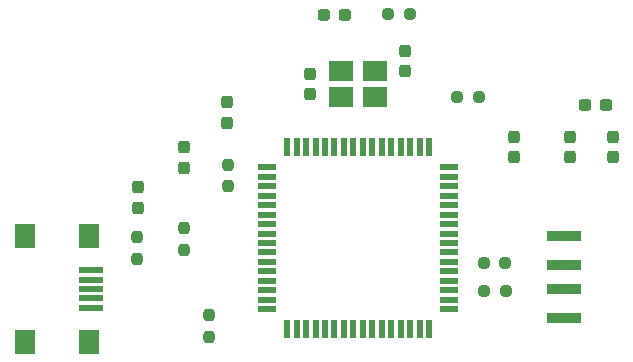
<source format=gtp>
%TF.GenerationSoftware,KiCad,Pcbnew,7.0.7*%
%TF.CreationDate,2023-10-24T16:51:49+02:00*%
%TF.ProjectId,Carte_Clavier,43617274-655f-4436-9c61-766965722e6b,rev?*%
%TF.SameCoordinates,Original*%
%TF.FileFunction,Paste,Top*%
%TF.FilePolarity,Positive*%
%FSLAX46Y46*%
G04 Gerber Fmt 4.6, Leading zero omitted, Abs format (unit mm)*
G04 Created by KiCad (PCBNEW 7.0.7) date 2023-10-24 16:51:49*
%MOMM*%
%LPD*%
G01*
G04 APERTURE LIST*
G04 Aperture macros list*
%AMRoundRect*
0 Rectangle with rounded corners*
0 $1 Rounding radius*
0 $2 $3 $4 $5 $6 $7 $8 $9 X,Y pos of 4 corners*
0 Add a 4 corners polygon primitive as box body*
4,1,4,$2,$3,$4,$5,$6,$7,$8,$9,$2,$3,0*
0 Add four circle primitives for the rounded corners*
1,1,$1+$1,$2,$3*
1,1,$1+$1,$4,$5*
1,1,$1+$1,$6,$7*
1,1,$1+$1,$8,$9*
0 Add four rect primitives between the rounded corners*
20,1,$1+$1,$2,$3,$4,$5,0*
20,1,$1+$1,$4,$5,$6,$7,0*
20,1,$1+$1,$6,$7,$8,$9,0*
20,1,$1+$1,$8,$9,$2,$3,0*%
G04 Aperture macros list end*
%ADD10R,2.100000X1.800000*%
%ADD11RoundRect,0.237500X-0.237500X0.287500X-0.237500X-0.287500X0.237500X-0.287500X0.237500X0.287500X0*%
%ADD12RoundRect,0.237500X-0.250000X-0.237500X0.250000X-0.237500X0.250000X0.237500X-0.250000X0.237500X0*%
%ADD13RoundRect,0.237500X-0.237500X0.250000X-0.237500X-0.250000X0.237500X-0.250000X0.237500X0.250000X0*%
%ADD14R,1.500000X0.550000*%
%ADD15R,0.550000X1.500000*%
%ADD16R,3.000000X0.900000*%
%ADD17RoundRect,0.237500X-0.300000X-0.237500X0.300000X-0.237500X0.300000X0.237500X-0.300000X0.237500X0*%
%ADD18RoundRect,0.237500X-0.237500X0.300000X-0.237500X-0.300000X0.237500X-0.300000X0.237500X0.300000X0*%
%ADD19RoundRect,0.237500X0.250000X0.237500X-0.250000X0.237500X-0.250000X-0.237500X0.250000X-0.237500X0*%
%ADD20RoundRect,0.237500X-0.287500X-0.237500X0.287500X-0.237500X0.287500X0.237500X-0.287500X0.237500X0*%
%ADD21R,2.000000X0.500000*%
%ADD22R,1.700000X2.000000*%
G04 APERTURE END LIST*
D10*
%TO.C,Y1*%
X160888000Y-86563200D03*
X157988000Y-86563200D03*
X157988000Y-88763200D03*
X160888000Y-88763200D03*
%TD*%
D11*
%TO.C,D3*%
X144754600Y-93042800D03*
X144754600Y-94792800D03*
%TD*%
D12*
%TO.C,R8*%
X162002400Y-81762600D03*
X163827400Y-81762600D03*
%TD*%
D11*
%TO.C,D4*%
X148336000Y-89207400D03*
X148336000Y-90957400D03*
%TD*%
D13*
%TO.C,R5*%
X148412200Y-94491800D03*
X148412200Y-96316800D03*
%TD*%
D14*
%TO.C,U1*%
X167161200Y-106736400D03*
X167161200Y-105936400D03*
X167161200Y-105136400D03*
X167161200Y-104336400D03*
X167161200Y-103536400D03*
X167161200Y-102736400D03*
X167161200Y-101936400D03*
X167161200Y-101136400D03*
X167161200Y-100336400D03*
X167161200Y-99536400D03*
X167161200Y-98736400D03*
X167161200Y-97936400D03*
X167161200Y-97136400D03*
X167161200Y-96336400D03*
X167161200Y-95536400D03*
X167161200Y-94736400D03*
D15*
X165461200Y-93036400D03*
X164661200Y-93036400D03*
X163861200Y-93036400D03*
X163061200Y-93036400D03*
X162261200Y-93036400D03*
X161461200Y-93036400D03*
X160661200Y-93036400D03*
X159861200Y-93036400D03*
X159061200Y-93036400D03*
X158261200Y-93036400D03*
X157461200Y-93036400D03*
X156661200Y-93036400D03*
X155861200Y-93036400D03*
X155061200Y-93036400D03*
X154261200Y-93036400D03*
X153461200Y-93036400D03*
D14*
X151761200Y-94736400D03*
X151761200Y-95536400D03*
X151761200Y-96336400D03*
X151761200Y-97136400D03*
X151761200Y-97936400D03*
X151761200Y-98736400D03*
X151761200Y-99536400D03*
X151761200Y-100336400D03*
X151761200Y-101136400D03*
X151761200Y-101936400D03*
X151761200Y-102736400D03*
X151761200Y-103536400D03*
X151761200Y-104336400D03*
X151761200Y-105136400D03*
X151761200Y-105936400D03*
X151761200Y-106736400D03*
D15*
X153461200Y-108436400D03*
X154261200Y-108436400D03*
X155061200Y-108436400D03*
X155861200Y-108436400D03*
X156661200Y-108436400D03*
X157461200Y-108436400D03*
X158261200Y-108436400D03*
X159061200Y-108436400D03*
X159861200Y-108436400D03*
X160661200Y-108436400D03*
X161461200Y-108436400D03*
X162261200Y-108436400D03*
X163061200Y-108436400D03*
X163861200Y-108436400D03*
X164661200Y-108436400D03*
X165461200Y-108436400D03*
%TD*%
D11*
%TO.C,D2*%
X140817600Y-96407000D03*
X140817600Y-98157000D03*
%TD*%
D16*
%TO.C,J1*%
X176874400Y-103013000D03*
X176874400Y-105013000D03*
X176874400Y-100513000D03*
X176874400Y-107513000D03*
%TD*%
D13*
%TO.C,R6*%
X144754600Y-99902000D03*
X144754600Y-101727000D03*
%TD*%
D17*
%TO.C,C3*%
X178691200Y-89484200D03*
X180416200Y-89484200D03*
%TD*%
D18*
%TO.C,C1*%
X155400000Y-86791800D03*
X155400000Y-88516800D03*
%TD*%
%TO.C,C4*%
X177444400Y-92151200D03*
X177444400Y-93876200D03*
%TD*%
D19*
%TO.C,R1*%
X171981500Y-105206800D03*
X170156500Y-105206800D03*
%TD*%
D13*
%TO.C,R7*%
X140766800Y-100634800D03*
X140766800Y-102459800D03*
%TD*%
D18*
%TO.C,C6*%
X181025800Y-92157200D03*
X181025800Y-93882200D03*
%TD*%
%TO.C,C5*%
X172669200Y-92151200D03*
X172669200Y-93876200D03*
%TD*%
D20*
%TO.C,D1*%
X156591000Y-81788000D03*
X158341000Y-81788000D03*
%TD*%
D19*
%TO.C,R2*%
X171928800Y-102819200D03*
X170103800Y-102819200D03*
%TD*%
D21*
%TO.C,J2*%
X136820200Y-103429000D03*
X136820200Y-104229000D03*
X136820200Y-105029000D03*
X136820200Y-105829000D03*
X136820200Y-106629000D03*
D22*
X136720200Y-100579000D03*
X131270200Y-100579000D03*
X136720200Y-109479000D03*
X131270200Y-109479000D03*
%TD*%
D18*
%TO.C,C2*%
X163400000Y-84837500D03*
X163400000Y-86562500D03*
%TD*%
D19*
%TO.C,R3*%
X169693600Y-88773000D03*
X167868600Y-88773000D03*
%TD*%
D13*
%TO.C,R4*%
X146812000Y-107268000D03*
X146812000Y-109093000D03*
%TD*%
M02*

</source>
